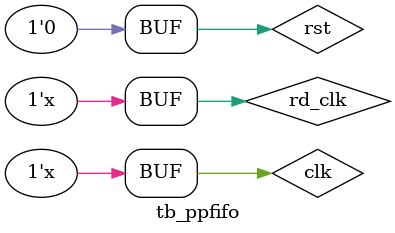
<source format=v>
/*
Distributed under the MIT license.
Copyright (c) 2015 Dave McCoy (dave.mccoy@cospandesign.com)

Permission is hereby granted, free of charge, to any person obtaining a copy of
this software and associated documentation files (the "Software"), to deal in
the Software without restriction, including without limitation the rights to
use, copy, modify, merge, publish, distribute, sublicense, and/or sell copies
of the Software, and to permit persons to whom the Software is furnished to do
so, subject to the following conditions:

The above copyright notice and this permission notice shall be included in all
copies or substantial portions of the Software.

THE SOFTWARE IS PROVIDED "AS IS", WITHOUT WARRANTY OF ANY KIND, EXPRESS OR
IMPLIED, INCLUDING BUT NOT LIMITED TO THE WARRANTIES OF MERCHANTABILITY,
FITNESS FOR A PARTICULAR PURPOSE AND NONINFRINGEMENT. IN NO EVENT SHALL THE
AUTHORS OR COPYRIGHT HOLDERS BE LIABLE FOR ANY CLAIM, DAMAGES OR OTHER
LIABILITY, WHETHER IN AN ACTION OF CONTRACT, TORT OR OTHERWISE, ARISING FROM,
OUT OF OR IN CONNECTION WITH THE SOFTWARE OR THE USE OR OTHER DEALINGS IN THE
SOFTWARE.
*/

/*
 * Author: David McCoy (dave.mccoy@cospandesign.com)
 * Description:
 *  Test Bench for PPFIFO:
 *    Demonstrates reading and writing to/from a PPFIFO
 *
 * Changes:
 */

`timescale 1ns/1ps

`define CLK_HALF_PERIOD 10
`define CLK_PERIOD (2 * `CLK_HALF_PERIOD)

`define SLEEP_HALF_CLK #(`CLK_HALF_PERIOD)
`define SLEEP_FULL_CLK #(`CLK_PERIOD)

//Sleep a number of clock cycles
`define SLEEP_CLK(x)  #(x * `CLK_PERIOD)



/*
 *  CHANGE THIS VALUE TO TEST CLOCK RATES
 *  NOTE: BE AWARE THAT YOU MIGHT NEED TO ADJUST THE RESET SLEEP PERIOD
 */

`define RD_CLK_HALF_PERIOD 10
`define RD_CLK_PERIOD (2 * `RD_CLK_HALF_PERIOD)



module tb_ppfifo (
);
//local parameters
localparam      DATA_WIDTH  = 32;  //32-bit data
localparam      ADDR_WIDTH  = 4;   //2 ** 4 = 16 positions

//registes/wires
reg   clk       = 0;
reg   rd_clk    = 0;

reg   rst       = 0;


//write side
wire        [1:0]                 write_ready;
wire        [1:0]                 write_activate;
wire        [23:0]                write_fifo_size;
wire                              write_strobe;
wire        [DATA_WIDTH - 1: 0]   write_data;
wire                              starved;

//read side
wire                              read_strobe;
wire                              read_ready;
wire                              read_activate;
wire        [23:0]                read_count;
wire        [DATA_WIDTH - 1: 0]   read_data;

wire                              inactive;



//submodules

//Write Side
ppfifo_source #(
  .DATA_WIDTH                       (DATA_WIDTH         )
) source (
  .clk                              (clk                ),
  .rst                              (rst                ),
  .i_enable                         (1'b1               ),

  //Ping Pong FIFO Interface
  .i_wr_rdy                         (write_ready        ),
  .o_wr_act                         (write_activate     ),
  .i_wr_size                        (write_fifo_size    ),
  .o_wr_stb                         (write_strobe       ),
  .o_wr_data                        (write_data         )
);

//PPFIFO
ppfifo #(
  .DATA_WIDTH                       (DATA_WIDTH         ),
  .ADDRESS_WIDTH                    (ADDR_WIDTH         )
) f (

  //universal input
  .reset                            (rst                ),

  //write side
  .write_clock                      (clk                ),
  .write_ready                      (write_ready        ),
  .write_activate                   (write_activate     ),
  .write_fifo_size                  (write_fifo_size    ),
  .write_strobe                     (write_strobe       ),
  .write_data                       (write_data         ),
  .starved                          (starved            ),

  //read side
  .read_clock                       (rd_clk             ),
  .read_strobe                      (read_strobe        ),
  .read_ready                       (read_ready         ),
  .read_activate                    (read_activate      ),
  .read_count                       (read_count         ),
  .read_data                        (read_data          ),

  .inactive                         (inactive           )
);

//Read Side
ppfifo_sink #(
  .DATA_WIDTH                       (DATA_WIDTH         )
) sink (
  .clk                              (rd_clk             ),
  .rst                              (rst                ),

  //Ping Pong FIFO Interface
  .i_rd_rdy                         (read_ready         ),
  .o_rd_act                         (read_activate      ),
  .i_rd_size                        (read_count         ),
  .o_rd_stb                         (read_strobe        ),
  .i_rd_data                        (read_data          )
);


//asynchronous logic
//synchronous logic

always #`CLK_HALF_PERIOD          clk     = ~clk;
always #`RD_CLK_HALF_PERIOD       rd_clk  = ~rd_clk;

initial begin
  $dumpfile ("design.vcd");
  $dumpvars(0, tb_ppfifo);


  rst                           <= 0;
  `SLEEP_CLK(10);
  rst                           <= 1;
  `SLEEP_CLK(10);
  rst                           <= 0;
end

endmodule

</source>
